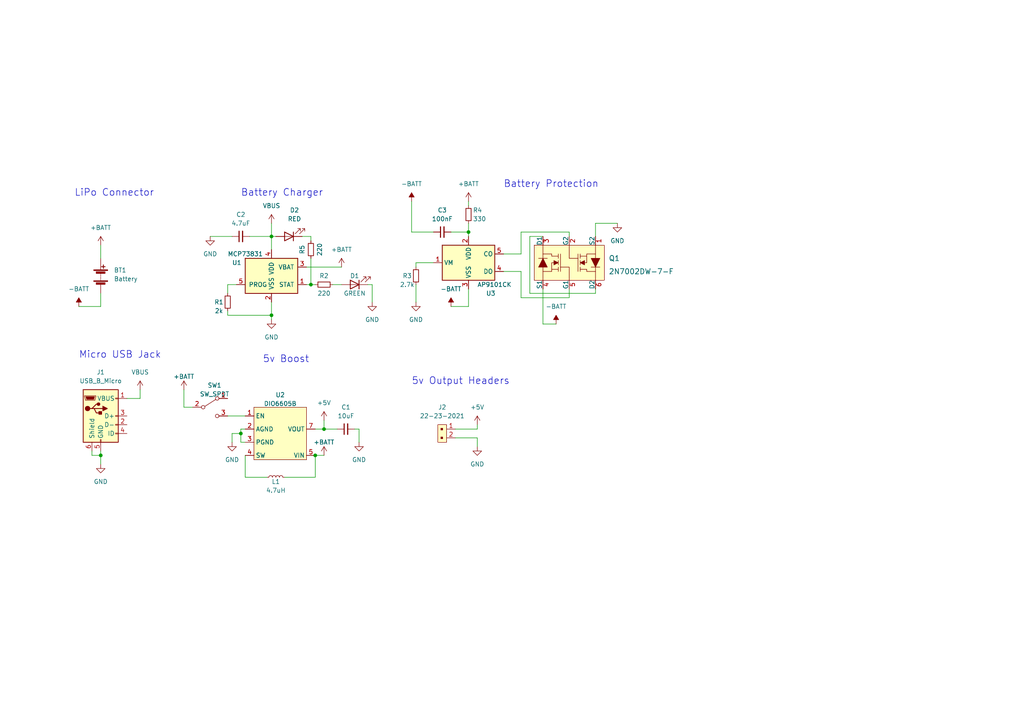
<source format=kicad_sch>
(kicad_sch (version 20211123) (generator eeschema)
  (paper "A4")
  (lib_symbols
    (symbol "Battery_Management:AP9101CK"
      (property "Reference" "U" (at -7.62 6.35 0))
      (property "Value" "AP9101CK" (at 6.35 6.35 0))
      (symbol "AP9101CK_0_1"
        (rectangle (start -7.62 5.08) (end 7.62 -5.08) (stroke (width 0.254)) (fill (type background)))
      )
      (symbol "AP9101CK_1_1"
        (pin passive line (at -10.16 0 0) (length 2.54) (name "VM") (number "1"))
        (pin power_in line (at 0 7.62 270) (length 2.54) (name "VDD") (number "2"))
        (pin power_in line (at 0 -7.62 90) (length 2.54) (name "VSS") (number "3"))
        (pin output line (at 10.16 -2.54 180) (length 2.54) (name "DO") (number "4"))
        (pin output line (at 10.16 2.54 180) (length 2.54) (name "CO") (number "5"))
      )
    )
    (symbol "Battery_Management:MCP73831-2-OT" (pin_names (offset 1.016))
      (property "Reference" "U" (at -7.62 6.35 0))
      (property "Value" "MCP73831-2-OT" (at 1.27 6.35 0))
      (symbol "MCP73831-2-OT_0_1"
        (rectangle (start -7.62 5.08) (end 7.62 -5.08) (stroke (width 0.254)) (fill (type background)))
      )
      (symbol "MCP73831-2-OT_1_1"
        (pin output line (at 10.16 -2.54 180) (length 2.54) (name "STAT") (number "1"))
        (pin power_in line (at 0 -7.62 90) (length 2.54) (name "VSS") (number "2"))
        (pin power_out line (at 10.16 2.54 180) (length 2.54) (name "VBAT") (number "3"))
        (pin power_in line (at 0 7.62 270) (length 2.54) (name "VDD") (number "4"))
        (pin input line (at -10.16 -2.54 0) (length 2.54) (name "PROG") (number "5"))
      )
    )
    (symbol "Connector:USB_B_Micro" (pin_names (offset 1.016))
      (property "Reference" "J" (at -5.08 11.43 0))
      (property "Value" "USB_B_Micro" (at -5.08 8.89 0))
      (symbol "USB_B_Micro_0_1"
        (rectangle (start -5.08 -7.62) (end 5.08 7.62) (stroke (width 0.254)) (fill (type background)))
        (circle (center -3.81 2.159) (radius 0.635) (stroke (width 0.254)) (fill (type outline)))
        (circle (center -0.635 3.429) (radius 0.381) (stroke (width 0.254)) (fill (type outline)))
        (rectangle (start -0.127 -7.62) (end 0.127 -6.858))
        (polyline (pts (xy -1.905 2.159) (xy 0.635 2.159)) (stroke (width 0.254)))
        (polyline (pts (xy -3.175 2.159) (xy -2.54 2.159) (xy -1.27 3.429) (xy -0.635 3.429)) (stroke (width 0.254)))
        (polyline (pts (xy -2.54 2.159) (xy -1.905 2.159) (xy -1.27 0.889) (xy 0 0.889)) (stroke (width 0.254)))
        (polyline (pts (xy 0.635 2.794) (xy 0.635 1.524) (xy 1.905 2.159) (xy 0.635 2.794)) (stroke (width 0.254)) (fill (type outline)))
        (polyline (pts (xy -4.318 5.588) (xy -1.778 5.588) (xy -2.032 4.826) (xy -4.064 4.826) (xy -4.318 5.588)) (fill (type outline)))
        (polyline (pts (xy -4.699 5.842) (xy -4.699 5.588) (xy -4.445 4.826) (xy -4.445 4.572) (xy -1.651 4.572) (xy -1.651 4.826) (xy -1.397 5.588) (xy -1.397 5.842) (xy -4.699 5.842)))
        (rectangle (start 0.254 1.27) (end -0.508 0.508) (stroke (width 0.254)) (fill (type outline)))
        (rectangle (start 5.08 -5.207) (end 4.318 -4.953))
        (rectangle (start 5.08 -2.667) (end 4.318 -2.413))
        (rectangle (start 5.08 -0.127) (end 4.318 0.127))
        (rectangle (start 5.08 4.953) (end 4.318 5.207))
      )
      (symbol "USB_B_Micro_1_1"
        (pin power_out line (at 7.62 5.08 180) (length 2.54) (name "VBUS") (number "1"))
        (pin bidirectional line (at 7.62 -2.54 180) (length 2.54) (name "D-") (number "2"))
        (pin bidirectional line (at 7.62 0 180) (length 2.54) (name "D+") (number "3"))
        (pin passive line (at 7.62 -5.08 180) (length 2.54) (name "ID") (number "4"))
        (pin power_out line (at 0 -10.16 90) (length 2.54) (name "GND") (number "5"))
        (pin passive line (at -2.54 -10.16 90) (length 2.54) (name "Shield") (number "6"))
      )
    )
    (symbol "DIO6605BFN8:DIO6605B"
      (property "Reference" "U2" (at 0 12.7 0))
      (property "Value" "DIO6605B" (at 0 10.16 0))
      (symbol "DIO6605B_0_1"
        (rectangle (start -7.62 7.62) (end 7.62 -7.62) (fill (type background)))
      )
      (symbol "DIO6605B_1_1"
        (pin input line (at -10.16 5.08 0) (length 2.54) (name "EN") (number "1"))
        (pin power_in line (at -10.16 1.27 0) (length 2.54) (name "AGND") (number "2"))
        (pin power_in line (at -10.16 -2.54 0) (length 2.54) (name "PGND") (number "3"))
        (pin input line (at -10.16 -6.35 0) (length 2.54) (name "SW") (number "4"))
        (pin power_in line (at 10.16 -6.35 180) (length 2.54) (name "VIN") (number "5"))
        (pin power_out line (at 10.16 1.27 180) (length 2.54) (name "VOUT") (number "7"))
      )
    )
    (symbol "Device:Battery" (pin_numbers hide) (pin_names (offset 0) hide)
      (property "Reference" "BT1" (at 3.81 1.6511 0))
      (property "Value" "Battery" (at 3.81 -0.8889 0))
      (symbol "Battery_0_1"
        (rectangle (start -2.032 -1.397) (end 2.032 -1.651) (fill (type outline)))
        (rectangle (start -2.032 1.778) (end 2.032 1.524) (fill (type outline)))
        (rectangle (start -1.3208 -1.9812) (end 1.27 -2.4892) (fill (type outline)))
        (rectangle (start -1.3208 1.1938) (end 1.27 0.6858) (fill (type outline)))
        (polyline (pts (xy 0 -1.524) (xy 0 -1.27)))
        (polyline (pts (xy 0 -1.016) (xy 0 -0.762)))
        (polyline (pts (xy 0 -0.508) (xy 0 -0.254)))
        (polyline (pts (xy 0 0) (xy 0 0.254)))
        (polyline (pts (xy 0 0.508) (xy 0 0.762)))
        (polyline (pts (xy 0 1.778) (xy 0 2.54)))
        (polyline (pts (xy 0.254 2.667) (xy 1.27 2.667)) (stroke (width 0.254)))
        (polyline (pts (xy 0.762 3.175) (xy 0.762 2.159)) (stroke (width 0.254)))
      )
      (symbol "Battery_1_1"
        (pin power_out line (at 0 5.08 270) (length 2.54) (name "+") (number "1"))
        (pin power_out line (at 0 -5.08 90) (length 2.54) (name "-") (number "2"))
      )
    )
    (symbol "Device:C_Small" (pin_numbers hide) (pin_names (offset 0.254) hide)
      (property "Reference" "C" (at 0.254 1.778 0))
      (property "Value" "C_Small" (at 0.254 -2.032 0))
      (symbol "C_Small_0_1"
        (polyline (pts (xy -1.524 -0.508) (xy 1.524 -0.508)) (stroke (width 0.3302)))
        (polyline (pts (xy -1.524 0.508) (xy 1.524 0.508)) (stroke (width 0.3048)))
      )
      (symbol "C_Small_1_1"
        (pin passive line (at 0 2.54 270) (length 2.032) (name "~") (number "1"))
        (pin passive line (at 0 -2.54 90) (length 2.032) (name "~") (number "2"))
      )
    )
    (symbol "Device:LED" (pin_numbers hide) (pin_names (offset 1.016) hide)
      (property "Reference" "D" (at 0 2.54 0))
      (property "Value" "LED" (at 0 -2.54 0))
      (symbol "LED_0_1"
        (polyline (pts (xy -1.27 -1.27) (xy -1.27 1.27)) (stroke (width 0.254)))
        (polyline (pts (xy -1.27 0) (xy 1.27 0)))
        (polyline (pts (xy 1.27 -1.27) (xy 1.27 1.27) (xy -1.27 0) (xy 1.27 -1.27)) (stroke (width 0.254)))
        (polyline (pts (xy -3.048 -0.762) (xy -4.572 -2.286) (xy -3.81 -2.286) (xy -4.572 -2.286) (xy -4.572 -1.524)))
        (polyline (pts (xy -1.778 -0.762) (xy -3.302 -2.286) (xy -2.54 -2.286) (xy -3.302 -2.286) (xy -3.302 -1.524)))
      )
      (symbol "LED_1_1"
        (pin passive line (at -3.81 0 0) (length 2.54) (name "K") (number "1"))
        (pin passive line (at 3.81 0 180) (length 2.54) (name "A") (number "2"))
      )
    )
    (symbol "Device:L_Small" (pin_numbers hide) (pin_names (offset 0.254) hide)
      (property "Reference" "L" (at 0.762 1.016 0))
      (property "Value" "L_Small" (at 0.762 -1.016 0))
      (symbol "L_Small_0_1"
        (arc (start 0 -2.032) (mid 0.508 -1.524) (end 0 -1.016))
        (arc (start 0 -1.016) (mid 0.508 -0.508) (end 0 0))
        (arc (start 0 0) (mid 0.508 0.508) (end 0 1.016))
        (arc (start 0 1.016) (mid 0.508 1.524) (end 0 2.032))
      )
      (symbol "L_Small_1_1"
        (pin passive line (at 0 2.54 270) (length 0.508) (name "~") (number "1"))
        (pin passive line (at 0 -2.54 90) (length 0.508) (name "~") (number "2"))
      )
    )
    (symbol "Device:R_Small" (pin_numbers hide) (pin_names (offset 0.254) hide)
      (property "Reference" "R" (at 0.762 0.508 0))
      (property "Value" "R_Small" (at 0.762 -1.016 0))
      (symbol "R_Small_0_1"
        (rectangle (start -0.762 1.778) (end 0.762 -1.778) (stroke (width 0.2032)))
      )
      (symbol "R_Small_1_1"
        (pin passive line (at 0 2.54 270) (length 0.762) (name "~") (number "1"))
        (pin passive line (at 0 -2.54 90) (length 0.762) (name "~") (number "2"))
      )
    )
    (symbol "Switch:SW_SPDT" (pin_names (offset 0) hide)
      (property "Reference" "SW" (at 0 4.318 0))
      (property "Value" "SW_SPDT" (at 0 -5.08 0))
      (symbol "SW_SPDT_0_0"
        (circle (center -2.032 0) (radius 0.508))
        (circle (center 2.032 -2.54) (radius 0.508))
      )
      (symbol "SW_SPDT_0_1"
        (polyline (pts (xy -1.524 0.254) (xy 1.651 2.286)))
        (circle (center 2.032 2.54) (radius 0.508))
      )
      (symbol "SW_SPDT_1_1"
        (pin passive line (at 5.08 2.54 180) (length 2.54) (name "A") (number "1"))
        (pin passive line (at -5.08 0 0) (length 2.54) (name "B") (number "2"))
        (pin passive line (at 5.08 -2.54 180) (length 2.54) (name "C") (number "3"))
      )
    )
    (symbol "dk_Rectangular-Connectors-Headers-Male-Pins:22-23-2021" (pin_names (offset 1.016))
      (property "Reference" "J" (at -2.54 1.27 0))
      (property "Value" "22-23-2021" (at 1.27 -3.81 0))
      (symbol "22-23-2021_1_1"
        (rectangle (start -1.27 0) (end 3.81 -2.54) (fill (type background)))
        (rectangle (start -0.254 -1.143) (end 0.254 -1.651) (fill (type outline)))
        (rectangle (start 2.286 -1.143) (end 2.794 -1.651) (fill (type outline)))
        (pin passive line (at 0 2.54 270) (length 2.54) (name "~") (number "1"))
        (pin passive line (at 2.54 2.54 270) (length 2.54) (name "~") (number "2"))
      )
    )
    (symbol "dk_Transistors-FETs-MOSFETs-Arrays:2N7002DW-7-F" (pin_names (offset 0))
      (property "Reference" "Q" (at -7.62 10.16 0))
      (property "Value" "2N7002DW-7-F" (at -5.08 -15.24 0))
      (symbol "2N7002DW-7-F_0_1"
        (rectangle (start -5.08 7.62) (end 5.08 -12.7) (fill (type background)))
        (polyline (pts (xy -5.08 -10.16) (xy -1.27 -10.16)))
        (polyline (pts (xy -2.54 0) (xy 2.54 0)))
        (polyline (pts (xy -1.27 -11.43) (xy -1.27 -8.89)))
        (polyline (pts (xy -1.27 -5.715) (xy -2.54 -5.715)))
        (polyline (pts (xy -1.27 0.635) (xy -2.54 0.635)))
        (polyline (pts (xy -1.27 5.08) (xy -5.08 5.08)))
        (polyline (pts (xy -0.635 0.635) (xy 0.635 0.635)))
        (polyline (pts (xy 0.635 -5.715) (xy -0.635 -5.715)))
        (polyline (pts (xy 1.27 -10.16) (xy 5.08 -10.16)))
        (polyline (pts (xy 1.27 -5.715) (xy 2.54 -5.715)))
        (polyline (pts (xy 1.27 0.635) (xy 2.54 0.635)))
        (polyline (pts (xy 1.27 6.35) (xy 1.27 3.81)))
        (polyline (pts (xy 2.54 -5.08) (xy -2.54 -5.08)))
        (polyline (pts (xy 5.08 5.08) (xy 1.27 5.08)))
        (polyline (pts (xy -5.08 -2.54) (xy -1.27 -2.54) (xy -1.27 0)))
        (polyline (pts (xy -1.905 2.54) (xy -2.54 2.54) (xy -2.54 5.08)))
        (polyline (pts (xy 1.905 -7.62) (xy 2.54 -7.62) (xy 2.54 -10.16)))
        (polyline (pts (xy 5.08 -2.54) (xy 1.27 -2.54) (xy 1.27 -5.08)))
        (polyline (pts (xy -1.905 -5.715) (xy -1.905 -7.62) (xy -2.54 -7.62) (xy -2.54 -10.16)))
        (polyline (pts (xy -1.27 6.35) (xy -1.27 3.81) (xy 1.27 5.08) (xy -1.27 6.35)) (fill (type outline)))
        (polyline (pts (xy -0.635 1.905) (xy 0 0.635) (xy 0.635 1.905) (xy -0.635 1.905)) (fill (type outline)))
        (polyline (pts (xy 0 -6.985) (xy 0 -7.62) (xy 1.905 -7.62) (xy 1.905 -5.715)))
        (polyline (pts (xy 0 1.905) (xy 0 2.54) (xy -1.905 2.54) (xy -1.905 0.635)))
        (polyline (pts (xy 0.635 -6.985) (xy 0 -5.715) (xy -0.635 -6.985) (xy 0.635 -6.985)) (fill (type outline)))
        (polyline (pts (xy 1.27 -11.43) (xy 1.27 -8.89) (xy -1.27 -10.16) (xy 1.27 -11.43)) (fill (type outline)))
        (polyline (pts (xy 1.905 0.635) (xy 1.905 2.54) (xy 2.54 2.54) (xy 2.54 5.08)))
      )
      (symbol "2N7002DW-7-F_1_1"
        (pin input line (at -7.62 5.08 0) (length 2.54) (name "S2") (number "1"))
        (pin input line (at -7.62 -2.54 0) (length 2.54) (name "G2") (number "2"))
        (pin output line (at -7.62 -10.16 0) (length 2.54) (name "D1") (number "3"))
        (pin input line (at 7.62 -10.16 180) (length 2.54) (name "S1") (number "4"))
        (pin input line (at 7.62 -2.54 180) (length 2.54) (name "G1") (number "5"))
        (pin output line (at 7.62 5.08 180) (length 2.54) (name "D2") (number "6"))
      )
    )
    (symbol "power:+5V" (power) (pin_names (offset 0))
      (property "Value" "+5V" (at 0 3.556 0))
      (symbol "+5V_0_1"
        (polyline (pts (xy -0.762 1.27) (xy 0 2.54)))
        (polyline (pts (xy 0 0) (xy 0 2.54)))
        (polyline (pts (xy 0 2.54) (xy 0.762 1.27)))
      )
      (symbol "+5V_1_1"
        (pin power_in line (at 0 0 90) (length 0) hide (name "+5V") (number "1"))
      )
    )
    (symbol "power:+BATT" (power) (pin_names (offset 0))
      (property "Value" "+BATT" (at 0 3.556 0))
      (symbol "+BATT_0_1"
        (polyline (pts (xy -0.762 1.27) (xy 0 2.54)))
        (polyline (pts (xy 0 0) (xy 0 2.54)))
        (polyline (pts (xy 0 2.54) (xy 0.762 1.27)))
      )
      (symbol "+BATT_1_1"
        (pin power_in line (at 0 0 90) (length 0) hide (name "+BATT") (number "1"))
      )
    )
    (symbol "power:-BATT" (power) (pin_names (offset 0))
      (property "Value" "-BATT" (at 0 3.556 0))
      (symbol "-BATT_0_1"
        (polyline (pts (xy 0 0) (xy 0 2.54)))
        (polyline (pts (xy 0.762 1.27) (xy -0.762 1.27) (xy 0 2.54) (xy 0.762 1.27)) (fill (type outline)))
      )
      (symbol "-BATT_1_1"
        (pin power_in line (at 0 0 90) (length 0) hide (name "-BATT") (number "1"))
      )
    )
    (symbol "power:GND" (power) (pin_names (offset 0))
      (property "Value" "GND" (at 0 -3.81 0))
      (symbol "GND_0_1"
        (polyline (pts (xy 0 0) (xy 0 -1.27) (xy 1.27 -1.27) (xy 0 -2.54) (xy -1.27 -1.27) (xy 0 -1.27)))
      )
      (symbol "GND_1_1"
        (pin power_in line (at 0 0 270) (length 0) hide (name "GND") (number "1"))
      )
    )
    (symbol "power:VBUS" (power) (pin_names (offset 0))
      (property "Value" "VBUS" (at 0 3.81 0))
      (symbol "VBUS_0_1"
        (polyline (pts (xy -0.762 1.27) (xy 0 2.54)))
        (polyline (pts (xy 0 0) (xy 0 2.54)))
        (polyline (pts (xy 0 2.54) (xy 0.762 1.27)))
      )
      (symbol "VBUS_1_1"
        (pin power_in line (at 0 0 90) (length 0) hide (name "VBUS") (number "1"))
      )
    )
  )
  (junction (at 29.21 132.08))
  (junction (at 69.85 125.73))
  (junction (at 78.74 91.44))
  (junction (at 90.17 82.55))
  (junction (at 78.74 68.58))
  (junction (at 93.98 124.46))
  (junction (at 135.89 67.31))
  (junction (at 91.44 132.08))
  (wire (pts (xy 151.13 78.74) (xy 151.13 86.36)))
  (wire (pts (xy 91.44 132.08) (xy 93.98 132.08)))
  (wire (pts (xy 135.89 88.9) (xy 130.81 88.9)))
  (wire (pts (xy 68.58 82.55) (xy 66.04 82.55)))
  (wire (pts (xy 78.74 87.63) (xy 78.74 91.44)))
  (wire (pts (xy 71.12 138.43) (xy 77.47 138.43)))
  (wire (pts (xy 93.98 124.46) (xy 97.79 124.46)))
  (wire (pts (xy 36.83 115.57) (xy 40.64 115.57)))
  (wire (pts (xy 172.72 68.58) (xy 172.72 64.77)))
  (wire (pts (xy 93.98 124.46) (xy 93.98 121.92)))
  (wire (pts (xy 91.44 124.46) (xy 93.98 124.46)))
  (wire (pts (xy 91.44 138.43) (xy 91.44 132.08)))
  (wire (pts (xy 88.9 77.47) (xy 99.06 77.47)))
  (wire (pts (xy 104.14 124.46) (xy 104.14 128.27)))
  (wire (pts (xy 26.67 132.08) (xy 29.21 132.08)))
  (wire (pts (xy 107.95 82.55) (xy 107.95 87.63)))
  (wire (pts (xy 138.43 124.46) (xy 138.43 123.19)))
  (wire (pts (xy 138.43 127) (xy 138.43 129.54)))
  (wire (pts (xy 90.17 82.55) (xy 91.44 82.55)))
  (wire (pts (xy 119.38 67.31) (xy 125.73 67.31)))
  (wire (pts (xy 53.34 118.11) (xy 55.88 118.11)))
  (wire (pts (xy 119.38 58.42) (xy 119.38 67.31)))
  (wire (pts (xy 29.21 130.81) (xy 29.21 132.08)))
  (wire (pts (xy 165.1 86.36) (xy 165.1 83.82)))
  (wire (pts (xy 151.13 86.36) (xy 165.1 86.36)))
  (wire (pts (xy 69.85 125.73) (xy 69.85 128.27)))
  (wire (pts (xy 90.17 74.93) (xy 90.17 82.55)))
  (wire (pts (xy 53.34 113.03) (xy 53.34 118.11)))
  (wire (pts (xy 146.05 78.74) (xy 151.13 78.74)))
  (wire (pts (xy 135.89 67.31) (xy 135.89 68.58)))
  (wire (pts (xy 22.86 88.9) (xy 29.21 88.9)))
  (wire (pts (xy 151.13 67.31) (xy 165.1 67.31)))
  (wire (pts (xy 172.72 64.77) (xy 179.07 64.77)))
  (wire (pts (xy 69.85 128.27) (xy 71.12 128.27)))
  (wire (pts (xy 67.31 128.27) (xy 67.31 125.73)))
  (wire (pts (xy 120.65 76.2) (xy 125.73 76.2)))
  (wire (pts (xy 67.31 125.73) (xy 69.85 125.73)))
  (wire (pts (xy 135.89 58.42) (xy 135.89 59.69)))
  (wire (pts (xy 88.9 82.55) (xy 90.17 82.55)))
  (wire (pts (xy 71.12 132.08) (xy 71.12 138.43)))
  (wire (pts (xy 60.96 68.58) (xy 67.31 68.58)))
  (wire (pts (xy 130.81 67.31) (xy 135.89 67.31)))
  (wire (pts (xy 40.64 115.57) (xy 40.64 113.03)))
  (wire (pts (xy 151.13 73.66) (xy 151.13 67.31)))
  (wire (pts (xy 146.05 73.66) (xy 151.13 73.66)))
  (wire (pts (xy 90.17 68.58) (xy 90.17 69.85)))
  (wire (pts (xy 172.72 85.09) (xy 172.72 83.82)))
  (wire (pts (xy 135.89 64.77) (xy 135.89 67.31)))
  (wire (pts (xy 29.21 85.09) (xy 29.21 88.9)))
  (wire (pts (xy 66.04 90.17) (xy 66.04 91.44)))
  (wire (pts (xy 66.04 91.44) (xy 78.74 91.44)))
  (wire (pts (xy 78.74 68.58) (xy 80.01 68.58)))
  (wire (pts (xy 157.48 83.82) (xy 157.48 93.98)))
  (wire (pts (xy 135.89 83.82) (xy 135.89 88.9)))
  (wire (pts (xy 78.74 91.44) (xy 78.74 92.71)))
  (wire (pts (xy 120.65 82.55) (xy 120.65 87.63)))
  (wire (pts (xy 96.52 82.55) (xy 99.06 82.55)))
  (wire (pts (xy 66.04 120.65) (xy 71.12 120.65)))
  (wire (pts (xy 132.08 124.46) (xy 138.43 124.46)))
  (wire (pts (xy 132.08 127) (xy 138.43 127)))
  (wire (pts (xy 120.65 76.2) (xy 120.65 77.47)))
  (wire (pts (xy 29.21 132.08) (xy 29.21 134.62)))
  (wire (pts (xy 72.39 68.58) (xy 78.74 68.58)))
  (wire (pts (xy 165.1 67.31) (xy 165.1 68.58)))
  (wire (pts (xy 69.85 124.46) (xy 69.85 125.73)))
  (wire (pts (xy 102.87 124.46) (xy 104.14 124.46)))
  (wire (pts (xy 66.04 82.55) (xy 66.04 85.09)))
  (wire (pts (xy 26.67 130.81) (xy 26.67 132.08)))
  (wire (pts (xy 71.12 124.46) (xy 69.85 124.46)))
  (wire (pts (xy 82.55 138.43) (xy 91.44 138.43)))
  (wire (pts (xy 153.67 68.58) (xy 153.67 85.09)))
  (wire (pts (xy 153.67 85.09) (xy 172.72 85.09)))
  (wire (pts (xy 78.74 68.58) (xy 78.74 72.39)))
  (wire (pts (xy 106.68 82.55) (xy 107.95 82.55)))
  (wire (pts (xy 157.48 93.98) (xy 161.29 93.98)))
  (wire (pts (xy 29.21 71.12) (xy 29.21 74.93)))
  (wire (pts (xy 87.63 68.58) (xy 90.17 68.58)))
  (wire (pts (xy 157.48 68.58) (xy 153.67 68.58)))
  (wire (pts (xy 78.74 64.77) (xy 78.74 68.58)))
  (text "Battery Charger" (at 69.85 57.15 0) (effects (font (size 2 2)) (justify left bottom)))
  (text "5v Boost" (at 76.2 105.41 0) (effects (font (size 2 2)) (justify left bottom)))
  (text "Battery Protection" (at 146.05 54.61 0) (effects (font (size 2 2)) (justify left bottom)))
  (text "5v Output Headers" (at 119.38 111.76 0) (effects (font (size 2 2)) (justify left bottom)))
  (text "LiPo Connector" (at 21.59 57.15 0) (effects (font (size 2 2)) (justify left bottom)))
  (text "Micro USB Jack" (at 22.86 104.14 0) (effects (font (size 2 2)) (justify left bottom)))
  (symbol (lib_id "power:GND") (at 29.21 134.62 0) (unit 1)
    (property "Reference" "#PWR0101" (effects hide))
    (property "Value" "GND" (at 29.21 139.7 0))
  )
  (symbol (lib_id "power:-BATT") (at 161.29 93.98 0) (unit 1)
    (property "Reference" "#PWR017" (effects hide))
    (property "Value" "-BATT" (at 161.29 88.9 0))
  )
  (symbol (lib_id "power:+BATT") (at 93.98 132.08 0) (unit 1)
    (property "Reference" "#PWR012" (effects hide))
    (property "Value" "+BATT" (at 93.98 128.27 0))
  )
  (symbol (lib_id "power:-BATT") (at 119.38 58.42 0) (unit 1)
    (property "Reference" "#PWR020" (effects hide))
    (property "Value" "-BATT" (at 119.38 53.34 0))
  )
  (symbol (lib_id "power:VBUS") (at 78.74 64.77 0) (unit 1)
    (property "Reference" "#PWR05" (effects hide))
    (property "Value" "VBUS" (at 78.74 59.69 0))
  )
  (symbol (lib_id "Connector:USB_B_Micro") (at 29.21 120.65 0) (unit 1)
    (property "Reference" "J1" (at 29.21 107.95 0))
    (property "Value" "USB_B_Micro" (at 29.21 110.49 0))
    (property "Footprint" "Connector_USB:USB_Micro-B_GCT_USB3076-30-A" (effects hide))
  )
  (symbol (lib_id "Switch:SW_SPDT") (at 60.96 118.11 0) (unit 1)
    (property "Reference" "SW1" (at 62.23 111.76 0))
    (property "Value" "SW_SPDT" (at 62.23 114.3 0))
    (property "Footprint" "Button_Switch_THT:SW_Slide_1P2T_CK_OS102011MS2Q" (effects hide))
  )
  (symbol (lib_id "power:+BATT") (at 53.34 113.03 0) (unit 1)
    (property "Reference" "#PWR07" (effects hide))
    (property "Value" "+BATT" (at 53.34 109.22 0))
  )
  (symbol (lib_id "power:GND") (at 104.14 128.27 0) (unit 1)
    (property "Reference" "#PWR013" (effects hide))
    (property "Value" "GND" (at 104.14 133.35 0))
  )
  (symbol (lib_id "Battery_Management:MCP73831-2-OT") (at 78.74 80.01 0) (unit 1)
    (property "Reference" "U1" (at 67.31 76.2 0) (effects (justify left)))
    (property "Value" "MCP73831" (at 66.04 73.66 0) (effects (justify left)))
    (property "Footprint" "Package_TO_SOT_SMD:SOT-23-5" (effects hide))
    (property "Datasheet" "http://ww1.microchip.com/downloads/en/DeviceDoc/20001984g.pdf" (effects hide))
  )
  (symbol (lib_id "power:GND") (at 107.95 87.63 0) (unit 1)
    (property "Reference" "#PWR010" (effects hide))
    (property "Value" "GND" (at 107.95 92.71 0))
  )
  (symbol (lib_id "dk_Transistors-FETs-MOSFETs-Arrays:2N7002DW-7-F") (at 167.64 76.2 270) (unit 1)
    (property "Reference" "Q1" (at 176.53 74.93 90) (effects (font (size 1.524 1.524)) (justify left)))
    (property "Value" "2N7002DW-7-F" (at 176.53 78.74 90) (effects (font (size 1.524 1.524)) (justify left)))
    (property "Footprint" "digikey-footprints:SOT-363" (effects hide))
    (property "Datasheet" "https://www.diodes.com/assets/Datasheets/ds30120.pdf" (effects hide))
    (property "Digi-Key_PN" "2N7002DW-FDICT-ND" (effects hide))
    (property "MPN" "2N7002DW-7-F" (effects hide))
    (property "Category" "Discrete Semiconductor Products" (effects hide))
    (property "Family" "Transistors - FETs, MOSFETs - Arrays" (effects hide))
    (property "DK_Datasheet_Link" "https://www.diodes.com/assets/Datasheets/ds30120.pdf" (effects hide))
    (property "DK_Detail_Page" "/product-detail/en/diodes-incorporated/2N7002DW-7-F/2N7002DW-FDICT-ND/750003" (effects hide))
    (property "Description" "MOSFET 2N-CH 60V 0.23A SOT-363" (effects hide))
    (property "Manufacturer" "Diodes Incorporated" (effects hide))
    (property "Status" "Active" (effects hide))
  )
  (symbol (lib_id "power:VBUS") (at 40.64 113.03 0) (unit 1)
    (property "Reference" "#PWR0102" (effects hide))
    (property "Value" "VBUS" (at 40.64 107.95 0))
  )
  (symbol (lib_id "Device:R_Small") (at 120.65 80.01 180) (unit 1)
    (property "Reference" "R3" (at 118.11 80.01 0))
    (property "Value" "2.7k" (at 118.11 82.55 0))
    (property "Footprint" "Resistor_SMD:R_0805_2012Metric_Pad1.20x1.40mm_HandSolder" (effects hide))
  )
  (symbol (lib_id "Device:R_Small") (at 93.98 82.55 90) (unit 1)
    (property "Reference" "R2" (at 93.98 80.01 90))
    (property "Value" "220" (at 93.98 85.09 90))
    (property "Footprint" "Resistor_SMD:R_0805_2012Metric_Pad1.20x1.40mm_HandSolder" (effects hide))
  )
  (symbol (lib_id "power:GND") (at 67.31 128.27 0) (unit 1)
    (property "Reference" "#PWR08" (effects hide))
    (property "Value" "GND" (at 67.31 133.35 0))
  )
  (symbol (lib_id "power:+5V") (at 93.98 121.92 0) (unit 1)
    (property "Reference" "#PWR011" (effects hide))
    (property "Value" "+5V" (at 93.98 116.84 0))
  )
  (symbol (lib_id "power:+5V") (at 138.43 123.19 0) (unit 1)
    (property "Reference" "#PWR03" (effects hide))
    (property "Value" "+5V" (at 138.43 118.11 0))
  )
  (symbol (lib_id "Device:Battery") (at 29.21 80.01 0) (unit 1)
    (property "Reference" "BT1" (at 33.02 78.3589 0) (effects (justify left)))
    (property "Value" "Battery" (at 33.02 80.8989 0) (effects (justify left)))
    (property "Footprint" "Connector_JST:JST_PH_B2B-PH-SM4-TB_1x02-1MP_P2.00mm_Vertical" (effects hide))
  )
  (symbol (lib_id "dk_Rectangular-Connectors-Headers-Male-Pins:22-23-2021") (at 129.54 124.46 270) (unit 1)
    (property "Reference" "J2" (at 128.27 118.11 90))
    (property "Value" "22-23-2021" (at 128.27 120.65 90))
    (property "Footprint" "Connector_PinHeader_2.54mm:PinHeader_1x02_P2.54mm_Vertical" (effects hide))
    (property "Datasheet" "https://media.digikey.com/pdf/Data%20Sheets/Molex%20PDFs/A-6373-N_Series_Dwg_2010-12-03.pdf" (effects hide))
    (property "Digi-Key_PN" "WM4200-ND" (effects hide))
    (property "MPN" "22-23-2021" (effects hide))
    (property "Category" "Connectors, Interconnects" (effects hide))
    (property "Family" "Rectangular Connectors - Headers, Male Pins" (effects hide))
    (property "DK_Datasheet_Link" "https://media.digikey.com/pdf/Data%20Sheets/Molex%20PDFs/A-6373-N_Series_Dwg_2010-12-03.pdf" (effects hide))
    (property "DK_Detail_Page" "/product-detail/en/molex/22-23-2021/WM4200-ND/26667" (effects hide))
    (property "Description" "CONN HEADER VERT 2POS 2.54MM" (effects hide))
    (property "Manufacturer" "Molex" (effects hide))
    (property "Status" "Active" (effects hide))
  )
  (symbol (lib_id "Battery_Management:AP9101CK") (at 135.89 76.2 0) (unit 1)
    (property "Reference" "U3" (at 140.97 85.09 0) (effects (justify left)))
    (property "Value" "AP9101CK" (at 138.43 82.55 0) (effects (justify left)))
    (property "Footprint" "Package_TO_SOT_SMD:SOT-23-5" (effects hide))
    (property "Datasheet" "https://www.diodes.com/assets/Datasheets/AP9101C.pdf" (effects hide))
  )
  (symbol (lib_id "power:+BATT") (at 99.06 77.47 0) (unit 1)
    (property "Reference" "#PWR09" (effects hide))
    (property "Value" "+BATT" (at 99.06 72.39 0))
  )
  (symbol (lib_id "DIO6605BFN8:DIO6605B") (at 81.28 125.73 0) (unit 1)
    (property "Reference" "U2" (at 81.28 114.5372 0))
    (property "Value" "DIO6605B" (at 81.28 117.0741 0))
    (property "Footprint" "Package_DFN_QFN:DFN-8-1EP_3x2mm_P0.5mm_EP1.6x1.5mm" (effects hide))
  )
  (symbol (lib_id "power:+BATT") (at 29.21 71.12 0) (unit 1)
    (property "Reference" "#PWR02" (effects hide))
    (property "Value" "+BATT" (at 29.21 66.04 0))
  )
  (symbol (lib_id "power:+BATT") (at 135.89 58.42 0) (unit 1)
    (property "Reference" "#PWR016" (effects hide))
    (property "Value" "+BATT" (at 135.89 53.34 0))
  )
  (symbol (lib_id "power:GND") (at 60.96 68.58 0) (unit 1)
    (property "Reference" "#PWR019" (effects hide))
    (property "Value" "GND" (at 60.96 73.66 0))
  )
  (symbol (lib_id "Device:LED") (at 83.82 68.58 180) (unit 1)
    (property "Reference" "D2" (at 85.4075 60.96 0))
    (property "Value" "RED" (at 85.4075 63.5 0))
    (property "Footprint" "LED_SMD:LED_0805_2012Metric" (effects hide))
  )
  (symbol (lib_id "power:-BATT") (at 22.86 88.9 0) (unit 1)
    (property "Reference" "#PWR01" (effects hide))
    (property "Value" "-BATT" (at 22.86 83.82 0))
  )
  (symbol (lib_id "power:GND") (at 179.07 64.77 0) (unit 1)
    (property "Reference" "#PWR018" (effects hide))
    (property "Value" "GND" (at 179.07 69.85 0))
  )
  (symbol (lib_id "power:GND") (at 120.65 87.63 0) (unit 1)
    (property "Reference" "#PWR014" (effects hide))
    (property "Value" "GND" (at 120.65 92.71 0))
  )
  (symbol (lib_id "power:GND") (at 78.74 92.71 0) (unit 1)
    (property "Reference" "#PWR06" (effects hide))
    (property "Value" "GND" (at 78.74 97.79 0))
  )
  (symbol (lib_id "Device:C_Small") (at 100.33 124.46 90) (unit 1)
    (property "Reference" "C1" (at 100.3363 118.11 90))
    (property "Value" "10uF" (at 100.3363 120.65 90))
    (property "Footprint" "Capacitor_SMD:C_0805_2012Metric" (effects hide))
  )
  (symbol (lib_id "Device:R_Small") (at 135.89 62.23 0) (unit 1)
    (property "Reference" "R4" (at 137.16 60.96 0) (effects (justify left)))
    (property "Value" "330" (at 137.16 63.5 0) (effects (justify left)))
    (property "Footprint" "Resistor_SMD:R_0805_2012Metric_Pad1.20x1.40mm_HandSolder" (effects hide))
  )
  (symbol (lib_id "Device:LED") (at 102.87 82.55 180) (unit 1)
    (property "Reference" "D1" (at 102.87 80.01 0))
    (property "Value" "GREEN" (at 102.87 85.09 0))
    (property "Footprint" "LED_SMD:LED_0805_2012Metric" (effects hide))
  )
  (symbol (lib_id "power:GND") (at 138.43 129.54 0) (unit 1)
    (property "Reference" "#PWR04" (effects hide))
    (property "Value" "GND" (at 138.43 134.62 0))
  )
  (symbol (lib_id "Device:C_Small") (at 69.85 68.58 90) (unit 1)
    (property "Reference" "C2" (at 69.8563 62.23 90))
    (property "Value" "4.7uF" (at 69.8563 64.77 90))
    (property "Footprint" "Capacitor_SMD:C_0805_2012Metric" (effects hide))
  )
  (symbol (lib_id "Device:R_Small") (at 90.17 72.39 180) (unit 1)
    (property "Reference" "R5" (at 87.63 72.39 90))
    (property "Value" "220" (at 92.71 72.39 90))
    (property "Footprint" "Resistor_SMD:R_0805_2012Metric_Pad1.20x1.40mm_HandSolder" (effects hide))
  )
  (symbol (lib_id "Device:C_Small") (at 128.27 67.31 90) (unit 1)
    (property "Reference" "C3" (at 128.2763 60.96 90))
    (property "Value" "100nF" (at 128.2763 63.5 90))
    (property "Footprint" "Capacitor_SMD:C_0805_2012Metric" (effects hide))
  )
  (symbol (lib_id "Device:R_Small") (at 66.04 87.63 180) (unit 1)
    (property "Reference" "R1" (at 63.5 87.63 0))
    (property "Value" "2k" (at 63.5 90.17 0))
    (property "Footprint" "Resistor_SMD:R_0805_2012Metric_Pad1.20x1.40mm_HandSolder" (effects hide))
  )
  (symbol (lib_id "Device:L_Small") (at 80.01 138.43 90) (unit 1)
    (property "Reference" "L1" (at 80.01 139.7 90))
    (property "Value" "4.7uH" (at 80.01 142.24 90))
    (property "Footprint" "Inductor_SMD:L_0805_2012Metric" (effects hide))
  )
  (symbol (lib_id "power:-BATT") (at 130.81 88.9 0) (unit 1)
    (property "Reference" "#PWR015" (effects hide))
    (property "Value" "-BATT" (at 130.81 83.82 0))
  )
)
</source>
